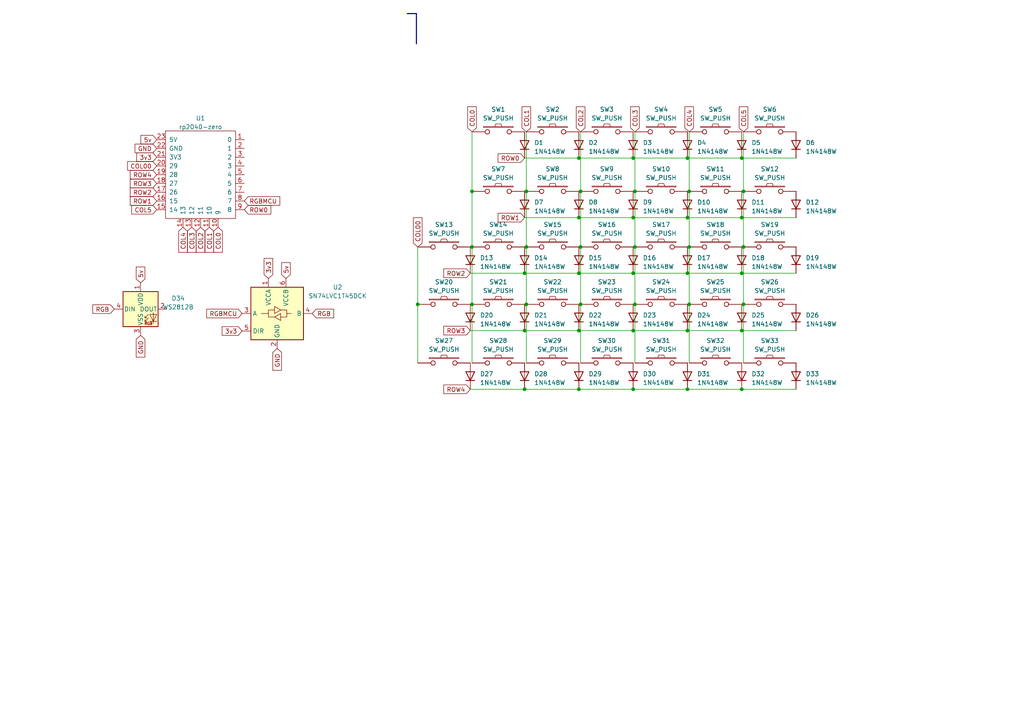
<source format=kicad_sch>
(kicad_sch (version 20230121) (generator eeschema)
  (paper "A4")
  (lib_symbols
    (symbol "Diode:1N4148W" (pin_numbers hide) (pin_names hide)
      (property "Reference" "D" (at 0 2.54 0))
      (property "Value" "1N4148W" (at 0 -2.54 0))
      (symbol "1N4148W_0_1"
        (polyline (pts (xy -1.27 1.27) (xy -1.27 -1.27)) (stroke (width 0.254)))
        (polyline (pts (xy 1.27 0) (xy -1.27 0)))
        (polyline (pts (xy 1.27 1.27) (xy 1.27 -1.27) (xy -1.27 0) (xy 1.27 1.27)) (stroke (width 0.254)))
      )
      (symbol "1N4148W_1_1"
        (pin passive line (at -3.81 0 0) (length 2.54) (name "K") (number "1"))
        (pin passive line (at 3.81 0 180) (length 2.54) (name "A") (number "2"))
      )
    )
    (symbol "LED:WS2812B" (pin_names (offset 0.254))
      (property "Reference" "D" (at 5.08 5.715 0))
      (property "Value" "WS2812B" (at 1.27 -5.715 0))
      (symbol "WS2812B_0_0"
        (text "RGB" (at 2.286 -4.191 0) (effects (font (size 0.762 0.762))))
      )
      (symbol "WS2812B_0_1"
        (polyline (pts (xy 1.27 -3.556) (xy 1.778 -3.556)))
        (polyline (pts (xy 1.27 -2.54) (xy 1.778 -2.54)))
        (polyline (pts (xy 4.699 -3.556) (xy 2.667 -3.556)))
        (polyline (pts (xy 2.286 -2.54) (xy 1.27 -3.556) (xy 1.27 -3.048)))
        (polyline (pts (xy 2.286 -1.524) (xy 1.27 -2.54) (xy 1.27 -2.032)))
        (polyline (pts (xy 3.683 -1.016) (xy 3.683 -3.556) (xy 3.683 -4.064)))
        (polyline (pts (xy 4.699 -1.524) (xy 2.667 -1.524) (xy 3.683 -3.556) (xy 4.699 -1.524)))
        (rectangle (start 5.08 5.08) (end -5.08 -5.08) (stroke (width 0.254)) (fill (type background)))
      )
      (symbol "WS2812B_1_1"
        (pin power_in line (at 0 7.62 270) (length 2.54) (name "VDD") (number "1"))
        (pin output line (at 7.62 0 180) (length 2.54) (name "DOUT") (number "2"))
        (pin power_in line (at 0 -7.62 90) (length 2.54) (name "VSS") (number "3"))
        (pin input line (at -7.62 0 0) (length 2.54) (name "DIN") (number "4"))
      )
    )
    (symbol "Logic_LevelTranslator:SN74LVC1T45DCK"
      (property "Reference" "U" (at -6.35 8.89 0))
      (property "Value" "SN74LVC1T45DCK" (at 3.81 8.89 0))
      (symbol "SN74LVC1T45DCK_0_1"
        (rectangle (start -7.62 7.62) (end 7.62 -7.62) (stroke (width 0.254)) (fill (type background)))
        (polyline (pts (xy -2.54 0) (xy -2.54 1.016) (xy -0.762 1.016)))
        (polyline (pts (xy 2.794 0) (xy 2.794 -1.016) (xy 1.016 -1.016)))
        (polyline (pts (xy -0.762 -1.016) (xy -2.54 -1.016) (xy -2.54 0) (xy -4.572 0)))
        (polyline (pts (xy -0.762 0) (xy -0.762 2.032) (xy 1.016 1.016) (xy -0.762 0)))
        (polyline (pts (xy 1.016 1.016) (xy 2.794 1.016) (xy 2.794 0) (xy 4.064 0)))
        (polyline (pts (xy 1.016 0) (xy 1.016 -1.778) (xy 1.016 -2.032) (xy -0.762 -1.016) (xy 1.016 0)))
      )
      (symbol "SN74LVC1T45DCK_1_1"
        (pin power_in line (at -2.54 10.16 270) (length 2.54) (name "VCCA") (number "1"))
        (pin power_in line (at 0 -10.16 90) (length 2.54) (name "GND") (number "2"))
        (pin bidirectional line (at -10.16 0 0) (length 2.54) (name "A") (number "3"))
        (pin bidirectional line (at 10.16 0 180) (length 2.54) (name "B") (number "4"))
        (pin input line (at -10.16 -5.08 0) (length 2.54) (name "DIR") (number "5"))
        (pin power_in line (at 2.54 10.16 270) (length 2.54) (name "VCCB") (number "6"))
      )
    )
    (symbol "kbd:SW_PUSH" (pin_numbers hide) (pin_names (offset 1.016) hide)
      (property "Reference" "SW" (at 3.81 2.794 0))
      (property "Value" "SW_PUSH" (at 0 -2.032 0))
      (symbol "SW_PUSH_0_1"
        (rectangle (start -4.318 1.27) (end 4.318 1.524))
        (polyline (pts (xy -1.016 1.524) (xy -0.762 2.286) (xy 0.762 2.286) (xy 1.016 1.524)))
        (pin passive inverted (at -7.62 0 0) (length 5.08) (name "1") (number "1"))
        (pin passive inverted (at 7.62 0 180) (length 5.08) (name "2") (number "2"))
      )
    )
    (symbol "mcu:rp2040-zero" (pin_names (offset 1.016))
      (property "Reference" "U" (at 0 15.24 0))
      (property "Value" "rp2040-zero" (at 0 12.7 0))
      (symbol "rp2040-zero_0_1"
        (rectangle (start -10.16 11.43) (end 10.16 -13.97))
      )
      (symbol "rp2040-zero_1_1"
        (pin bidirectional line (at 12.7 8.89 180) (length 2.54) (name "0") (number "1"))
        (pin bidirectional line (at 5.08 -16.51 90) (length 2.54) (name "9") (number "10"))
        (pin bidirectional line (at 2.54 -16.51 90) (length 2.54) (name "10") (number "11"))
        (pin bidirectional line (at 0 -16.51 90) (length 2.54) (name "11") (number "12"))
        (pin bidirectional line (at -2.54 -16.51 90) (length 2.54) (name "12") (number "13"))
        (pin bidirectional line (at -5.08 -16.51 90) (length 2.54) (name "13") (number "14"))
        (pin bidirectional line (at -12.7 -11.43 0) (length 2.54) (name "14") (number "15"))
        (pin bidirectional line (at -12.7 -8.89 0) (length 2.54) (name "15") (number "16"))
        (pin bidirectional line (at -12.7 -6.35 0) (length 2.54) (name "26") (number "17"))
        (pin bidirectional line (at -12.7 -3.81 0) (length 2.54) (name "27") (number "18"))
        (pin bidirectional line (at -12.7 -1.27 0) (length 2.54) (name "28") (number "19"))
        (pin bidirectional line (at 12.7 6.35 180) (length 2.54) (name "1") (number "2"))
        (pin bidirectional line (at -12.7 1.27 0) (length 2.54) (name "29") (number "20"))
        (pin power_out line (at -12.7 3.81 0) (length 2.54) (name "3V3") (number "21"))
        (pin power_out line (at -12.7 6.35 0) (length 2.54) (name "GND") (number "22"))
        (pin power_out line (at -12.7 8.89 0) (length 2.54) (name "5V") (number "23"))
        (pin bidirectional line (at 12.7 3.81 180) (length 2.54) (name "2") (number "3"))
        (pin bidirectional line (at 12.7 1.27 180) (length 2.54) (name "3") (number "4"))
        (pin bidirectional line (at 12.7 -1.27 180) (length 2.54) (name "4") (number "5"))
        (pin bidirectional line (at 12.7 -3.81 180) (length 2.54) (name "5") (number "6"))
        (pin bidirectional line (at 12.7 -6.35 180) (length 2.54) (name "6") (number "7"))
        (pin bidirectional line (at 12.7 -8.89 180) (length 2.54) (name "7") (number "8"))
        (pin bidirectional line (at 12.7 -11.43 180) (length 2.54) (name "8") (number "9"))
      )
    )
  )
  (junction (at 152.654 88.265))
  (junction (at 199.898 71.628))
  (junction (at 199.39 63.119))
  (junction (at 167.894 63.119))
  (junction (at 199.39 45.847))
  (junction (at 136.906 71.628))
  (junction (at 168.402 55.499))
  (junction (at 152.654 55.499))
  (junction (at 121.158 88.265))
  (junction (at 183.642 79.248))
  (junction (at 199.39 112.903))
  (junction (at 183.642 95.885))
  (junction (at 152.654 71.628))
  (junction (at 167.894 79.248))
  (junction (at 184.15 55.499))
  (junction (at 168.402 71.628))
  (junction (at 183.642 112.903))
  (junction (at 167.894 95.885))
  (junction (at 136.906 88.265))
  (junction (at 215.646 55.499))
  (junction (at 215.138 79.248))
  (junction (at 199.898 55.499))
  (junction (at 184.15 88.265))
  (junction (at 215.646 88.265))
  (junction (at 183.642 63.119))
  (junction (at 215.138 95.885))
  (junction (at 183.642 45.847))
  (junction (at 152.146 79.248))
  (junction (at 184.15 71.628))
  (junction (at 215.646 71.628))
  (junction (at 215.138 45.847))
  (junction (at 167.894 112.903))
  (junction (at 152.146 112.903))
  (junction (at 215.138 63.119))
  (junction (at 167.894 45.847))
  (junction (at 136.906 55.499))
  (junction (at 215.138 112.903))
  (junction (at 199.898 88.265))
  (junction (at 199.39 79.248))
  (junction (at 152.146 95.885))
  (junction (at 168.402 88.265))
  (junction (at 199.39 95.885))
  (wire (pts (xy 184.15 71.628) (xy 184.15 88.265)))
  (wire (pts (xy 199.898 38.227) (xy 199.898 55.499)))
  (wire (pts (xy 183.642 79.248) (xy 199.39 79.248)))
  (wire (pts (xy 152.654 88.265) (xy 152.654 105.283)))
  (wire (pts (xy 168.402 38.227) (xy 168.402 55.499)))
  (wire (pts (xy 183.642 63.119) (xy 199.39 63.119)))
  (wire (pts (xy 199.39 112.903) (xy 215.138 112.903)))
  (wire (pts (xy 199.898 88.265) (xy 199.898 105.283)))
  (wire (pts (xy 167.894 95.885) (xy 183.642 95.885)))
  (wire (pts (xy 215.138 63.119) (xy 230.886 63.119)))
  (wire (pts (xy 136.906 55.499) (xy 136.906 71.628)))
  (wire (pts (xy 167.894 45.847) (xy 183.642 45.847)))
  (wire (pts (xy 136.906 38.227) (xy 136.906 55.499)))
  (wire (pts (xy 136.906 71.628) (xy 136.906 88.265)))
  (wire (pts (xy 121.158 88.265) (xy 121.158 105.283)))
  (wire (pts (xy 152.654 71.628) (xy 152.654 88.265)))
  (wire (pts (xy 215.138 95.885) (xy 230.886 95.885)))
  (wire (pts (xy 136.906 88.265) (xy 136.906 105.283)))
  (wire (pts (xy 183.642 95.885) (xy 199.39 95.885)))
  (wire (pts (xy 152.654 38.227) (xy 152.654 55.499)))
  (wire (pts (xy 183.642 112.903) (xy 199.39 112.903)))
  (wire (pts (xy 152.146 45.847) (xy 167.894 45.847)))
  (wire (pts (xy 167.894 79.248) (xy 183.642 79.248)))
  (wire (pts (xy 136.398 112.903) (xy 152.146 112.903)))
  (wire (pts (xy 199.898 71.628) (xy 199.898 88.265)))
  (wire (pts (xy 184.15 55.499) (xy 184.15 71.628)))
  (wire (pts (xy 199.898 55.499) (xy 199.898 71.628)))
  (wire (pts (xy 215.646 71.628) (xy 215.646 88.265)))
  (wire (pts (xy 136.398 79.248) (xy 152.146 79.248)))
  (wire (pts (xy 184.15 38.227) (xy 184.15 55.499)))
  (wire (pts (xy 121.158 71.628) (xy 121.158 88.265)))
  (wire (pts (xy 152.146 112.903) (xy 167.894 112.903)))
  (wire (pts (xy 199.39 95.885) (xy 215.138 95.885)))
  (wire (pts (xy 215.138 112.903) (xy 230.886 112.903)))
  (wire (pts (xy 215.646 38.227) (xy 215.646 55.499)))
  (bus (pts (xy 120.777 3.937) (xy 120.777 12.7)))
  (wire (pts (xy 168.402 88.265) (xy 168.402 105.283)))
  (wire (pts (xy 199.39 45.847) (xy 215.138 45.847)))
  (wire (pts (xy 215.138 45.847) (xy 230.886 45.847)))
  (wire (pts (xy 167.894 112.903) (xy 183.642 112.903)))
  (wire (pts (xy 152.654 55.499) (xy 152.654 71.628)))
  (wire (pts (xy 168.402 71.628) (xy 168.402 88.265)))
  (wire (pts (xy 168.402 55.499) (xy 168.402 71.628)))
  (wire (pts (xy 152.146 79.248) (xy 167.894 79.248)))
  (bus (pts (xy 118.11 3.937) (xy 120.777 3.937)))
  (wire (pts (xy 136.398 95.885) (xy 152.146 95.885)))
  (wire (pts (xy 184.15 88.265) (xy 184.15 105.283)))
  (wire (pts (xy 215.138 79.248) (xy 230.886 79.248)))
  (wire (pts (xy 183.642 45.847) (xy 199.39 45.847)))
  (wire (pts (xy 152.146 63.119) (xy 167.894 63.119)))
  (wire (pts (xy 199.39 79.248) (xy 215.138 79.248)))
  (wire (pts (xy 215.646 88.265) (xy 215.646 105.283)))
  (wire (pts (xy 152.146 95.885) (xy 167.894 95.885)))
  (wire (pts (xy 167.894 63.119) (xy 183.642 63.119)))
  (wire (pts (xy 199.39 63.119) (xy 215.138 63.119)))
  (wire (pts (xy 215.646 55.499) (xy 215.646 71.628)))
  (global_label "COL3" (shape input) (at 55.626 65.913 270) (property "Intersheetrefs" "${INTERSHEET_REFS}" (effects hide)))
  (global_label "COL3" (shape input) (at 184.15 38.227 90) (property "Intersheetrefs" "${INTERSHEET_REFS}" (effects hide)))
  (global_label "RGB" (shape input) (at 33.147 89.662 180) (property "Intersheetrefs" "${INTERSHEET_REFS}" (effects hide)))
  (global_label "COL00" (shape input) (at 45.466 48.133 180) (property "Intersheetrefs" "${INTERSHEET_REFS}" (effects hide)))
  (global_label "RGBMCU" (shape input) (at 70.231 90.932 180) (property "Intersheetrefs" "${INTERSHEET_REFS}" (effects hide)))
  (global_label "ROW2" (shape input) (at 136.398 79.248 180) (property "Intersheetrefs" "${INTERSHEET_REFS}" (effects hide)))
  (global_label "COL5" (shape input) (at 45.466 60.833 180) (property "Intersheetrefs" "${INTERSHEET_REFS}" (effects hide)))
  (global_label "COL0" (shape input) (at 136.906 38.227 90) (property "Intersheetrefs" "${INTERSHEET_REFS}" (effects hide)))
  (global_label "3v3" (shape input) (at 77.851 80.772 90) (property "Intersheetrefs" "${INTERSHEET_REFS}" (effects hide)))
  (global_label "ROW0" (shape input) (at 70.866 60.833 0) (property "Intersheetrefs" "${INTERSHEET_REFS}" (effects hide)))
  (global_label "ROW4" (shape input) (at 45.466 50.673 180) (property "Intersheetrefs" "${INTERSHEET_REFS}" (effects hide)))
  (global_label "RGB" (shape input) (at 90.551 90.932 0) (property "Intersheetrefs" "${INTERSHEET_REFS}" (effects hide)))
  (global_label "ROW1" (shape input) (at 45.466 58.293 180) (property "Intersheetrefs" "${INTERSHEET_REFS}" (effects hide)))
  (global_label "GND" (shape input) (at 80.391 101.092 270) (property "Intersheetrefs" "${INTERSHEET_REFS}" (effects hide)))
  (global_label "ROW3" (shape input) (at 45.466 53.213 180) (property "Intersheetrefs" "${INTERSHEET_REFS}" (effects hide)))
  (global_label "ROW2" (shape input) (at 45.466 55.753 180) (property "Intersheetrefs" "${INTERSHEET_REFS}" (effects hide)))
  (global_label "3v3" (shape input) (at 70.231 96.012 180) (property "Intersheetrefs" "${INTERSHEET_REFS}" (effects hide)))
  (global_label "COL2" (shape input) (at 58.166 65.913 270) (property "Intersheetrefs" "${INTERSHEET_REFS}" (effects hide)))
  (global_label "COL0" (shape input) (at 63.246 65.913 270) (property "Intersheetrefs" "${INTERSHEET_REFS}" (effects hide)))
  (global_label "COL1" (shape input) (at 60.706 65.913 270) (property "Intersheetrefs" "${INTERSHEET_REFS}" (effects hide)))
  (global_label "GND" (shape input) (at 40.767 97.282 270) (property "Intersheetrefs" "${INTERSHEET_REFS}" (effects hide)))
  (global_label "COL1" (shape input) (at 152.654 38.227 90) (property "Intersheetrefs" "${INTERSHEET_REFS}" (effects hide)))
  (global_label "GND" (shape input) (at 45.466 43.053 180) (property "Intersheetrefs" "${INTERSHEET_REFS}" (effects hide)))
  (global_label "5v" (shape input) (at 45.466 40.513 180) (property "Intersheetrefs" "${INTERSHEET_REFS}" (effects hide)))
  (global_label "COL4" (shape input) (at 199.898 38.227 90) (property "Intersheetrefs" "${INTERSHEET_REFS}" (effects hide)))
  (global_label "COL2" (shape input) (at 168.402 38.227 90) (property "Intersheetrefs" "${INTERSHEET_REFS}" (effects hide)))
  (global_label "COL4" (shape input) (at 53.086 65.913 270) (property "Intersheetrefs" "${INTERSHEET_REFS}" (effects hide)))
  (global_label "5v" (shape input) (at 40.767 82.042 90) (property "Intersheetrefs" "${INTERSHEET_REFS}" (effects hide)))
  (global_label "RGBMCU" (shape input) (at 70.866 58.293 0) (property "Intersheetrefs" "${INTERSHEET_REFS}" (effects hide)))
  (global_label "3v3" (shape input) (at 45.466 45.593 180) (property "Intersheetrefs" "${INTERSHEET_REFS}" (effects hide)))
  (global_label "COL00" (shape input) (at 121.158 71.628 90) (property "Intersheetrefs" "${INTERSHEET_REFS}" (effects hide)))
  (global_label "COL5" (shape input) (at 215.646 38.227 90) (property "Intersheetrefs" "${INTERSHEET_REFS}" (effects hide)))
  (global_label "5v" (shape input) (at 82.931 80.772 90) (property "Intersheetrefs" "${INTERSHEET_REFS}" (effects hide)))
  (global_label "ROW1" (shape input) (at 152.146 63.119 180) (property "Intersheetrefs" "${INTERSHEET_REFS}" (effects hide)))
  (global_label "ROW3" (shape input) (at 136.398 95.885 180) (property "Intersheetrefs" "${INTERSHEET_REFS}" (effects hide)))
  (global_label "ROW4" (shape input) (at 136.398 112.903 180) (property "Intersheetrefs" "${INTERSHEET_REFS}" (effects hide)))
  (global_label "ROW0" (shape input) (at 152.146 45.847 180) (property "Intersheetrefs" "${INTERSHEET_REFS}" (effects hide)))
  (symbol (lib_id "Diode:1N4148W") (at 136.398 109.093 90) (unit 1)
    (property "Reference" "D27" (at 139.192 108.458 90) (effects (justify right)))
    (property "Value" "1N4148W" (at 139.192 110.998 90) (effects (justify right)))
    (property "Footprint" "Diode_SMD:D_SOD-123" (effects hide))
    (property "Datasheet" "https://www.vishay.com/docs/85748/1n4148w.pdf" (effects hide))
    (property "Sim.Device" "D" (effects hide))
    (property "Sim.Pins" "1=K 2=A" (effects hide))
  )
  (symbol (lib_id "Diode:1N4148W") (at 152.146 75.438 90) (unit 1)
    (property "Reference" "D14" (at 154.94 74.803 90) (effects (justify right)))
    (property "Value" "1N4148W" (at 154.94 77.343 90) (effects (justify right)))
    (property "Footprint" "Diode_SMD:D_SOD-123" (effects hide))
    (property "Datasheet" "https://www.vishay.com/docs/85748/1n4148w.pdf" (effects hide))
    (property "Sim.Device" "D" (effects hide))
    (property "Sim.Pins" "1=K 2=A" (effects hide))
  )
  (symbol (lib_id "Diode:1N4148W") (at 215.138 92.075 90) (unit 1)
    (property "Reference" "D25" (at 217.932 91.44 90) (effects (justify right)))
    (property "Value" "1N4148W" (at 217.932 93.98 90) (effects (justify right)))
    (property "Footprint" "Diode_SMD:D_SOD-123" (effects hide))
    (property "Datasheet" "https://www.vishay.com/docs/85748/1n4148w.pdf" (effects hide))
    (property "Sim.Device" "D" (effects hide))
    (property "Sim.Pins" "1=K 2=A" (effects hide))
  )
  (symbol (lib_id "Diode:1N4148W") (at 152.146 109.093 90) (unit 1)
    (property "Reference" "D28" (at 154.94 108.458 90) (effects (justify right)))
    (property "Value" "1N4148W" (at 154.94 110.998 90) (effects (justify right)))
    (property "Footprint" "Diode_SMD:D_SOD-123" (effects hide))
    (property "Datasheet" "https://www.vishay.com/docs/85748/1n4148w.pdf" (effects hide))
    (property "Sim.Device" "D" (effects hide))
    (property "Sim.Pins" "1=K 2=A" (effects hide))
  )
  (symbol (lib_id "Diode:1N4148W") (at 152.146 42.037 90) (unit 1)
    (property "Reference" "D1" (at 154.94 41.402 90) (effects (justify right)))
    (property "Value" "1N4148W" (at 154.94 43.942 90) (effects (justify right)))
    (property "Footprint" "Diode_SMD:D_SOD-123" (effects hide))
    (property "Datasheet" "https://www.vishay.com/docs/85748/1n4148w.pdf" (effects hide))
    (property "Sim.Device" "D" (effects hide))
    (property "Sim.Pins" "1=K 2=A" (effects hide))
  )
  (symbol (lib_id "Diode:1N4148W") (at 230.886 109.093 90) (unit 1)
    (property "Reference" "D33" (at 233.68 108.458 90) (effects (justify right)))
    (property "Value" "1N4148W" (at 233.68 110.998 90) (effects (justify right)))
    (property "Footprint" "Diode_SMD:D_SOD-123" (effects hide))
    (property "Datasheet" "https://www.vishay.com/docs/85748/1n4148w.pdf" (effects hide))
    (property "Sim.Device" "D" (effects hide))
    (property "Sim.Pins" "1=K 2=A" (effects hide))
  )
  (symbol (lib_id "mcu:rp2040-zero") (at 58.166 49.403 0) (unit 1)
    (property "Reference" "U1" (at 58.166 34.29 0))
    (property "Value" "rp2040-zero" (at 58.166 36.83 0))
    (property "Footprint" "mcu:rp2040-zero-tht-nocut-largerpads" (effects hide))
  )
  (symbol (lib_id "Diode:1N4148W") (at 167.894 59.309 90) (unit 1)
    (property "Reference" "D8" (at 170.688 58.674 90) (effects (justify right)))
    (property "Value" "1N4148W" (at 170.688 61.214 90) (effects (justify right)))
    (property "Footprint" "Diode_SMD:D_SOD-123" (effects hide))
    (property "Datasheet" "https://www.vishay.com/docs/85748/1n4148w.pdf" (effects hide))
    (property "Sim.Device" "D" (effects hide))
    (property "Sim.Pins" "1=K 2=A" (effects hide))
  )
  (symbol (lib_id "Diode:1N4148W") (at 167.894 109.093 90) (unit 1)
    (property "Reference" "D29" (at 170.688 108.458 90) (effects (justify right)))
    (property "Value" "1N4148W" (at 170.688 110.998 90) (effects (justify right)))
    (property "Footprint" "Diode_SMD:D_SOD-123" (effects hide))
    (property "Datasheet" "https://www.vishay.com/docs/85748/1n4148w.pdf" (effects hide))
    (property "Sim.Device" "D" (effects hide))
    (property "Sim.Pins" "1=K 2=A" (effects hide))
  )
  (symbol (lib_id "kbd:SW_PUSH") (at 223.266 105.283 0) (unit 1)
    (property "Reference" "SW33" (at 223.266 98.806 0))
    (property "Value" "SW_PUSH" (at 223.266 101.346 0))
    (property "Footprint" "PCM_Switch_Keyboard_Hotswap_Kailh:SW_Hotswap_Kailh_MX_1.50u_90deg" (effects hide))
  )
  (symbol (lib_id "kbd:SW_PUSH") (at 128.778 71.628 0) (unit 1)
    (property "Reference" "SW13" (at 128.778 65.151 0))
    (property "Value" "SW_PUSH" (at 128.778 67.691 0))
    (property "Footprint" "PCM_Switch_Keyboard_Hotswap_Kailh:SW_Hotswap_Kailh_MX_1.00u" (effects hide))
  )
  (symbol (lib_id "Diode:1N4148W") (at 152.146 59.309 90) (unit 1)
    (property "Reference" "D7" (at 154.94 58.674 90) (effects (justify right)))
    (property "Value" "1N4148W" (at 154.94 61.214 90) (effects (justify right)))
    (property "Footprint" "Diode_SMD:D_SOD-123" (effects hide))
    (property "Datasheet" "https://www.vishay.com/docs/85748/1n4148w.pdf" (effects hide))
    (property "Sim.Device" "D" (effects hide))
    (property "Sim.Pins" "1=K 2=A" (effects hide))
  )
  (symbol (lib_id "Diode:1N4148W") (at 136.398 92.075 90) (unit 1)
    (property "Reference" "D20" (at 139.192 91.44 90) (effects (justify right)))
    (property "Value" "1N4148W" (at 139.192 93.98 90) (effects (justify right)))
    (property "Footprint" "Diode_SMD:D_SOD-123" (effects hide))
    (property "Datasheet" "https://www.vishay.com/docs/85748/1n4148w.pdf" (effects hide))
    (property "Sim.Device" "D" (effects hide))
    (property "Sim.Pins" "1=K 2=A" (effects hide))
  )
  (symbol (lib_id "kbd:SW_PUSH") (at 191.77 71.628 0) (unit 1)
    (property "Reference" "SW17" (at 191.77 65.151 0))
    (property "Value" "SW_PUSH" (at 191.77 67.691 0))
    (property "Footprint" "PCM_Switch_Keyboard_Hotswap_Kailh:SW_Hotswap_Kailh_MX_1.00u" (effects hide))
  )
  (symbol (lib_id "kbd:SW_PUSH") (at 160.274 88.265 0) (unit 1)
    (property "Reference" "SW22" (at 160.274 81.788 0))
    (property "Value" "SW_PUSH" (at 160.274 84.328 0))
    (property "Footprint" "PCM_Switch_Keyboard_Hotswap_Kailh:SW_Hotswap_Kailh_MX_1.00u" (effects hide))
  )
  (symbol (lib_id "kbd:SW_PUSH") (at 191.77 105.283 0) (unit 1)
    (property "Reference" "SW31" (at 191.77 98.806 0))
    (property "Value" "SW_PUSH" (at 191.77 101.346 0))
    (property "Footprint" "PCM_Switch_Keyboard_Hotswap_Kailh:SW_Hotswap_Kailh_MX_1.50u_90deg" (effects hide))
  )
  (symbol (lib_id "Diode:1N4148W") (at 183.642 75.438 90) (unit 1)
    (property "Reference" "D16" (at 186.436 74.803 90) (effects (justify right)))
    (property "Value" "1N4148W" (at 186.436 77.343 90) (effects (justify right)))
    (property "Footprint" "Diode_SMD:D_SOD-123" (effects hide))
    (property "Datasheet" "https://www.vishay.com/docs/85748/1n4148w.pdf" (effects hide))
    (property "Sim.Device" "D" (effects hide))
    (property "Sim.Pins" "1=K 2=A" (effects hide))
  )
  (symbol (lib_id "Diode:1N4148W") (at 167.894 42.037 90) (unit 1)
    (property "Reference" "D2" (at 170.688 41.402 90) (effects (justify right)))
    (property "Value" "1N4148W" (at 170.688 43.942 90) (effects (justify right)))
    (property "Footprint" "Diode_SMD:D_SOD-123" (effects hide))
    (property "Datasheet" "https://www.vishay.com/docs/85748/1n4148w.pdf" (effects hide))
    (property "Sim.Device" "D" (effects hide))
    (property "Sim.Pins" "1=K 2=A" (effects hide))
  )
  (symbol (lib_id "Diode:1N4148W") (at 199.39 92.075 90) (unit 1)
    (property "Reference" "D24" (at 202.184 91.44 90) (effects (justify right)))
    (property "Value" "1N4148W" (at 202.184 93.98 90) (effects (justify right)))
    (property "Footprint" "Diode_SMD:D_SOD-123" (effects hide))
    (property "Datasheet" "https://www.vishay.com/docs/85748/1n4148w.pdf" (effects hide))
    (property "Sim.Device" "D" (effects hide))
    (property "Sim.Pins" "1=K 2=A" (effects hide))
  )
  (symbol (lib_id "Diode:1N4148W") (at 183.642 109.093 90) (unit 1)
    (property "Reference" "D30" (at 186.436 108.458 90) (effects (justify right)))
    (property "Value" "1N4148W" (at 186.436 110.998 90) (effects (justify right)))
    (property "Footprint" "Diode_SMD:D_SOD-123" (effects hide))
    (property "Datasheet" "https://www.vishay.com/docs/85748/1n4148w.pdf" (effects hide))
    (property "Sim.Device" "D" (effects hide))
    (property "Sim.Pins" "1=K 2=A" (effects hide))
  )
  (symbol (lib_id "kbd:SW_PUSH") (at 223.266 38.227 0) (unit 1)
    (property "Reference" "SW6" (at 223.266 31.75 0))
    (property "Value" "SW_PUSH" (at 223.266 34.29 0))
    (property "Footprint" "PCM_Switch_Keyboard_Hotswap_Kailh:SW_Hotswap_Kailh_MX_1.00u" (effects hide))
  )
  (symbol (lib_id "kbd:SW_PUSH") (at 223.266 55.499 0) (unit 1)
    (property "Reference" "SW12" (at 223.266 49.022 0))
    (property "Value" "SW_PUSH" (at 223.266 51.562 0))
    (property "Footprint" "PCM_Switch_Keyboard_Hotswap_Kailh:SW_Hotswap_Kailh_MX_1.00u" (effects hide))
  )
  (symbol (lib_id "Diode:1N4148W") (at 230.886 92.075 90) (unit 1)
    (property "Reference" "D26" (at 233.68 91.44 90) (effects (justify right)))
    (property "Value" "1N4148W" (at 233.68 93.98 90) (effects (justify right)))
    (property "Footprint" "Diode_SMD:D_SOD-123" (effects hide))
    (property "Datasheet" "https://www.vishay.com/docs/85748/1n4148w.pdf" (effects hide))
    (property "Sim.Device" "D" (effects hide))
    (property "Sim.Pins" "1=K 2=A" (effects hide))
  )
  (symbol (lib_id "Diode:1N4148W") (at 215.138 109.093 90) (unit 1)
    (property "Reference" "D32" (at 217.932 108.458 90) (effects (justify right)))
    (property "Value" "1N4148W" (at 217.932 110.998 90) (effects (justify right)))
    (property "Footprint" "Diode_SMD:D_SOD-123" (effects hide))
    (property "Datasheet" "https://www.vishay.com/docs/85748/1n4148w.pdf" (effects hide))
    (property "Sim.Device" "D" (effects hide))
    (property "Sim.Pins" "1=K 2=A" (effects hide))
  )
  (symbol (lib_id "Diode:1N4148W") (at 215.138 42.037 90) (unit 1)
    (property "Reference" "D5" (at 217.932 41.402 90) (effects (justify right)))
    (property "Value" "1N4148W" (at 217.932 43.942 90) (effects (justify right)))
    (property "Footprint" "Diode_SMD:D_SOD-123" (effects hide))
    (property "Datasheet" "https://www.vishay.com/docs/85748/1n4148w.pdf" (effects hide))
    (property "Sim.Device" "D" (effects hide))
    (property "Sim.Pins" "1=K 2=A" (effects hide))
  )
  (symbol (lib_id "kbd:SW_PUSH") (at 207.518 55.499 0) (unit 1)
    (property "Reference" "SW11" (at 207.518 49.022 0))
    (property "Value" "SW_PUSH" (at 207.518 51.562 0))
    (property "Footprint" "PCM_Switch_Keyboard_Hotswap_Kailh:SW_Hotswap_Kailh_MX_1.00u" (effects hide))
  )
  (symbol (lib_id "kbd:SW_PUSH") (at 144.526 105.283 0) (unit 1)
    (property "Reference" "SW28" (at 144.526 98.806 0))
    (property "Value" "SW_PUSH" (at 144.526 101.346 0))
    (property "Footprint" "PCM_Switch_Keyboard_Hotswap_Kailh:SW_Hotswap_Kailh_MX_1.25u" (effects hide))
  )
  (symbol (lib_id "kbd:SW_PUSH") (at 207.518 105.283 0) (unit 1)
    (property "Reference" "SW32" (at 207.518 98.806 0))
    (property "Value" "SW_PUSH" (at 207.518 101.346 0))
    (property "Footprint" "PCM_Switch_Keyboard_Hotswap_Kailh:SW_Hotswap_Kailh_MX_1.50u_90deg" (effects hide))
  )
  (symbol (lib_id "LED:WS2812B") (at 40.767 89.662 0) (unit 1)
    (property "Reference" "D34" (at 51.689 86.5379 0))
    (property "Value" "WS2812B" (at 51.689 89.0779 0))
    (property "Footprint" "LED_SMD:LED_WS2812B_PLCC4_5.0x5.0mm_P3.2mm" (effects hide))
    (property "Datasheet" "https://cdn-shop.adafruit.com/datasheets/WS2812B.pdf" (effects hide))
  )
  (symbol (lib_id "Diode:1N4148W") (at 152.146 92.075 90) (unit 1)
    (property "Reference" "D21" (at 154.94 91.44 90) (effects (justify right)))
    (property "Value" "1N4148W" (at 154.94 93.98 90) (effects (justify right)))
    (property "Footprint" "Diode_SMD:D_SOD-123" (effects hide))
    (property "Datasheet" "https://www.vishay.com/docs/85748/1n4148w.pdf" (effects hide))
    (property "Sim.Device" "D" (effects hide))
    (property "Sim.Pins" "1=K 2=A" (effects hide))
  )
  (symbol (lib_id "Diode:1N4148W") (at 183.642 59.309 90) (unit 1)
    (property "Reference" "D9" (at 186.436 58.674 90) (effects (justify right)))
    (property "Value" "1N4148W" (at 186.436 61.214 90) (effects (justify right)))
    (property "Footprint" "Diode_SMD:D_SOD-123" (effects hide))
    (property "Datasheet" "https://www.vishay.com/docs/85748/1n4148w.pdf" (effects hide))
    (property "Sim.Device" "D" (effects hide))
    (property "Sim.Pins" "1=K 2=A" (effects hide))
  )
  (symbol (lib_id "Diode:1N4148W") (at 199.39 42.037 90) (unit 1)
    (property "Reference" "D4" (at 202.184 41.402 90) (effects (justify right)))
    (property "Value" "1N4148W" (at 202.184 43.942 90) (effects (justify right)))
    (property "Footprint" "Diode_SMD:D_SOD-123" (effects hide))
    (property "Datasheet" "https://www.vishay.com/docs/85748/1n4148w.pdf" (effects hide))
    (property "Sim.Device" "D" (effects hide))
    (property "Sim.Pins" "1=K 2=A" (effects hide))
  )
  (symbol (lib_id "Diode:1N4148W") (at 183.642 92.075 90) (unit 1)
    (property "Reference" "D23" (at 186.436 91.44 90) (effects (justify right)))
    (property "Value" "1N4148W" (at 186.436 93.98 90) (effects (justify right)))
    (property "Footprint" "Diode_SMD:D_SOD-123" (effects hide))
    (property "Datasheet" "https://www.vishay.com/docs/85748/1n4148w.pdf" (effects hide))
    (property "Sim.Device" "D" (effects hide))
    (property "Sim.Pins" "1=K 2=A" (effects hide))
  )
  (symbol (lib_id "kbd:SW_PUSH") (at 191.77 55.499 0) (unit 1)
    (property "Reference" "SW10" (at 191.77 49.022 0))
    (property "Value" "SW_PUSH" (at 191.77 51.562 0))
    (property "Footprint" "PCM_Switch_Keyboard_Hotswap_Kailh:SW_Hotswap_Kailh_MX_1.00u" (effects hide))
  )
  (symbol (lib_id "Diode:1N4148W") (at 199.39 59.309 90) (unit 1)
    (property "Reference" "D10" (at 202.184 58.674 90) (effects (justify right)))
    (property "Value" "1N4148W" (at 202.184 61.214 90) (effects (justify right)))
    (property "Footprint" "Diode_SMD:D_SOD-123" (effects hide))
    (property "Datasheet" "https://www.vishay.com/docs/85748/1n4148w.pdf" (effects hide))
    (property "Sim.Device" "D" (effects hide))
    (property "Sim.Pins" "1=K 2=A" (effects hide))
  )
  (symbol (lib_id "kbd:SW_PUSH") (at 223.266 88.265 0) (unit 1)
    (property "Reference" "SW26" (at 223.266 81.788 0))
    (property "Value" "SW_PUSH" (at 223.266 84.328 0))
    (property "Footprint" "PCM_Switch_Keyboard_Hotswap_Kailh:SW_Hotswap_Kailh_MX_1.00u" (effects hide))
  )
  (symbol (lib_id "kbd:SW_PUSH") (at 176.022 71.628 0) (unit 1)
    (property "Reference" "SW16" (at 176.022 65.151 0))
    (property "Value" "SW_PUSH" (at 176.022 67.691 0))
    (property "Footprint" "PCM_Switch_Keyboard_Hotswap_Kailh:SW_Hotswap_Kailh_MX_1.00u" (effects hide))
  )
  (symbol (lib_id "Diode:1N4148W") (at 199.39 75.438 90) (unit 1)
    (property "Reference" "D17" (at 202.184 74.803 90) (effects (justify right)))
    (property "Value" "1N4148W" (at 202.184 77.343 90) (effects (justify right)))
    (property "Footprint" "Diode_SMD:D_SOD-123" (effects hide))
    (property "Datasheet" "https://www.vishay.com/docs/85748/1n4148w.pdf" (effects hide))
    (property "Sim.Device" "D" (effects hide))
    (property "Sim.Pins" "1=K 2=A" (effects hide))
  )
  (symbol (lib_id "Diode:1N4148W") (at 215.138 59.309 90) (unit 1)
    (property "Reference" "D11" (at 217.932 58.674 90) (effects (justify right)))
    (property "Value" "1N4148W" (at 217.932 61.214 90) (effects (justify right)))
    (property "Footprint" "Diode_SMD:D_SOD-123" (effects hide))
    (property "Datasheet" "https://www.vishay.com/docs/85748/1n4148w.pdf" (effects hide))
    (property "Sim.Device" "D" (effects hide))
    (property "Sim.Pins" "1=K 2=A" (effects hide))
  )
  (symbol (lib_id "Diode:1N4148W") (at 215.138 75.438 90) (unit 1)
    (property "Reference" "D18" (at 217.932 74.803 90) (effects (justify right)))
    (property "Value" "1N4148W" (at 217.932 77.343 90) (effects (justify right)))
    (property "Footprint" "Diode_SMD:D_SOD-123" (effects hide))
    (property "Datasheet" "https://www.vishay.com/docs/85748/1n4148w.pdf" (effects hide))
    (property "Sim.Device" "D" (effects hide))
    (property "Sim.Pins" "1=K 2=A" (effects hide))
  )
  (symbol (lib_id "kbd:SW_PUSH") (at 207.518 71.628 0) (unit 1)
    (property "Reference" "SW18" (at 207.518 65.151 0))
    (property "Value" "SW_PUSH" (at 207.518 67.691 0))
    (property "Footprint" "PCM_Switch_Keyboard_Hotswap_Kailh:SW_Hotswap_Kailh_MX_1.00u" (effects hide))
  )
  (symbol (lib_id "kbd:SW_PUSH") (at 160.274 105.283 0) (unit 1)
    (property "Reference" "SW29" (at 160.274 98.806 0))
    (property "Value" "SW_PUSH" (at 160.274 101.346 0))
    (property "Footprint" "PCM_Switch_Keyboard_Hotswap_Kailh:SW_Hotswap_Kailh_MX_1.00u" (effects hide))
  )
  (symbol (lib_id "Diode:1N4148W") (at 199.39 109.093 90) (unit 1)
    (property "Reference" "D31" (at 202.184 108.458 90) (effects (justify right)))
    (property "Value" "1N4148W" (at 202.184 110.998 90) (effects (justify right)))
    (property "Footprint" "Diode_SMD:D_SOD-123" (effects hide))
    (property "Datasheet" "https://www.vishay.com/docs/85748/1n4148w.pdf" (effects hide))
    (property "Sim.Device" "D" (effects hide))
    (property "Sim.Pins" "1=K 2=A" (effects hide))
  )
  (symbol (lib_id "Logic_LevelTranslator:SN74LVC1T45DCK") (at 80.391 90.932 0) (unit 1)
    (property "Reference" "U2" (at 97.917 83.312 0))
    (property "Value" "SN74LVC1T45DCK" (at 97.917 85.852 0))
    (property "Footprint" "Package_TO_SOT_SMD:SOT-363_SC-70-6" (effects hide))
    (property "Datasheet" "http://www.ti.com/lit/ds/symlink/sn74lvc1t45.pdf" (effects hide))
    (property "LCSC" "C139353" (effects hide))
  )
  (symbol (lib_id "kbd:SW_PUSH") (at 176.022 38.227 0) (unit 1)
    (property "Reference" "SW3" (at 176.022 31.75 0))
    (property "Value" "SW_PUSH" (at 176.022 34.29 0))
    (property "Footprint" "PCM_Switch_Keyboard_Hotswap_Kailh:SW_Hotswap_Kailh_MX_1.00u" (effects hide))
  )
  (symbol (lib_id "Diode:1N4148W") (at 230.886 75.438 90) (unit 1)
    (property "Reference" "D19" (at 233.68 74.803 90) (effects (justify right)))
    (property "Value" "1N4148W" (at 233.68 77.343 90) (effects (justify right)))
    (property "Footprint" "Diode_SMD:D_SOD-123" (effects hide))
    (property "Datasheet" "https://www.vishay.com/docs/85748/1n4148w.pdf" (effects hide))
    (property "Sim.Device" "D" (effects hide))
    (property "Sim.Pins" "1=K 2=A" (effects hide))
  )
  (symbol (lib_id "kbd:SW_PUSH") (at 207.518 88.265 0) (unit 1)
    (property "Reference" "SW25" (at 207.518 81.788 0))
    (property "Value" "SW_PUSH" (at 207.518 84.328 0))
    (property "Footprint" "PCM_Switch_Keyboard_Hotswap_Kailh:SW_Hotswap_Kailh_MX_1.00u" (effects hide))
  )
  (symbol (lib_id "kbd:SW_PUSH") (at 176.022 88.265 0) (unit 1)
    (property "Reference" "SW23" (at 176.022 81.788 0))
    (property "Value" "SW_PUSH" (at 176.022 84.328 0))
    (property "Footprint" "PCM_Switch_Keyboard_Hotswap_Kailh:SW_Hotswap_Kailh_MX_1.00u" (effects hide))
  )
  (symbol (lib_id "kbd:SW_PUSH") (at 176.022 55.499 0) (unit 1)
    (property "Reference" "SW9" (at 176.022 49.022 0))
    (property "Value" "SW_PUSH" (at 176.022 51.562 0))
    (property "Footprint" "PCM_Switch_Keyboard_Hotswap_Kailh:SW_Hotswap_Kailh_MX_1.00u" (effects hide))
  )
  (symbol (lib_id "kbd:SW_PUSH") (at 144.526 71.628 0) (unit 1)
    (property "Reference" "SW14" (at 144.526 65.151 0))
    (property "Value" "SW_PUSH" (at 144.526 67.691 0))
    (property "Footprint" "PCM_Switch_Keyboard_Hotswap_Kailh:SW_Hotswap_Kailh_MX_1.25u" (effects hide))
  )
  (symbol (lib_id "kbd:SW_PUSH") (at 160.274 55.499 0) (unit 1)
    (property "Reference" "SW8" (at 160.274 49.022 0))
    (property "Value" "SW_PUSH" (at 160.274 51.562 0))
    (property "Footprint" "PCM_Switch_Keyboard_Hotswap_Kailh:SW_Hotswap_Kailh_MX_1.00u" (effects hide))
  )
  (symbol (lib_id "Diode:1N4148W") (at 136.398 75.438 90) (unit 1)
    (property "Reference" "D13" (at 139.192 74.803 90) (effects (justify right)))
    (property "Value" "1N4148W" (at 139.192 77.343 90) (effects (justify right)))
    (property "Footprint" "Diode_SMD:D_SOD-123" (effects hide))
    (property "Datasheet" "https://www.vishay.com/docs/85748/1n4148w.pdf" (effects hide))
    (property "Sim.Device" "D" (effects hide))
    (property "Sim.Pins" "1=K 2=A" (effects hide))
  )
  (symbol (lib_id "Diode:1N4148W") (at 167.894 92.075 90) (unit 1)
    (property "Reference" "D22" (at 170.688 91.44 90) (effects (justify right)))
    (property "Value" "1N4148W" (at 170.688 93.98 90) (effects (justify right)))
    (property "Footprint" "Diode_SMD:D_SOD-123" (effects hide))
    (property "Datasheet" "https://www.vishay.com/docs/85748/1n4148w.pdf" (effects hide))
    (property "Sim.Device" "D" (effects hide))
    (property "Sim.Pins" "1=K 2=A" (effects hide))
  )
  (symbol (lib_id "kbd:SW_PUSH") (at 144.526 88.265 0) (unit 1)
    (property "Reference" "SW21" (at 144.526 81.788 0))
    (property "Value" "SW_PUSH" (at 144.526 84.328 0))
    (property "Footprint" "PCM_Switch_Keyboard_Hotswap_Kailh:SW_Hotswap_Kailh_MX_1.25u" (effects hide))
  )
  (symbol (lib_id "kbd:SW_PUSH") (at 144.526 55.499 0) (unit 1)
    (property "Reference" "SW7" (at 144.526 49.022 0))
    (property "Value" "SW_PUSH" (at 144.526 51.562 0))
    (property "Footprint" "PCM_Switch_Keyboard_Hotswap_Kailh:SW_Hotswap_Kailh_MX_1.25u" (effects hide))
  )
  (symbol (lib_id "kbd:SW_PUSH") (at 191.77 38.227 0) (unit 1)
    (property "Reference" "SW4" (at 191.77 31.75 0))
    (property "Value" "SW_PUSH" (at 191.77 34.29 0))
    (property "Footprint" "PCM_Switch_Keyboard_Hotswap_Kailh:SW_Hotswap_Kailh_MX_1.00u" (effects hide))
  )
  (symbol (lib_id "kbd:SW_PUSH") (at 160.274 71.628 0) (unit 1)
    (property "Reference" "SW15" (at 160.274 65.151 0))
    (property "Value" "SW_PUSH" (at 160.274 67.691 0))
    (property "Footprint" "PCM_Switch_Keyboard_Hotswap_Kailh:SW_Hotswap_Kailh_MX_1.00u" (effects hide))
  )
  (symbol (lib_id "kbd:SW_PUSH") (at 160.274 38.227 0) (unit 1)
    (property "Reference" "SW2" (at 160.274 31.75 0))
    (property "Value" "SW_PUSH" (at 160.274 34.29 0))
    (property "Footprint" "PCM_Switch_Keyboard_Hotswap_Kailh:SW_Hotswap_Kailh_MX_1.00u" (effects hide))
  )
  (symbol (lib_id "kbd:SW_PUSH") (at 223.266 71.628 0) (unit 1)
    (property "Reference" "SW19" (at 223.266 65.151 0))
    (property "Value" "SW_PUSH" (at 223.266 67.691 0))
    (property "Footprint" "PCM_Switch_Keyboard_Hotswap_Kailh:SW_Hotswap_Kailh_MX_1.00u" (effects hide))
  )
  (symbol (lib_id "Diode:1N4148W") (at 183.642 42.037 90) (unit 1)
    (property "Reference" "D3" (at 186.436 41.402 90) (effects (justify right)))
    (property "Value" "1N4148W" (at 186.436 43.942 90) (effects (justify right)))
    (property "Footprint" "Diode_SMD:D_SOD-123" (effects hide))
    (property "Datasheet" "https://www.vishay.com/docs/85748/1n4148w.pdf" (effects hide))
    (property "Sim.Device" "D" (effects hide))
    (property "Sim.Pins" "1=K 2=A" (effects hide))
  )
  (symbol (lib_id "Diode:1N4148W") (at 167.894 75.438 90) (unit 1)
    (property "Reference" "D15" (at 170.688 74.803 90) (effects (justify right)))
    (property "Value" "1N4148W" (at 170.688 77.343 90) (effects (justify right)))
    (property "Footprint" "Diode_SMD:D_SOD-123" (effects hide))
    (property "Datasheet" "https://www.vishay.com/docs/85748/1n4148w.pdf" (effects hide))
    (property "Sim.Device" "D" (effects hide))
    (property "Sim.Pins" "1=K 2=A" (effects hide))
  )
  (symbol (lib_id "kbd:SW_PUSH") (at 128.778 105.283 0) (unit 1)
    (property "Reference" "SW27" (at 128.778 98.806 0))
    (property "Value" "SW_PUSH" (at 128.778 101.346 0))
    (property "Footprint" "PCM_Switch_Keyboard_Hotswap_Kailh:SW_Hotswap_Kailh_MX_1.00u" (effects hide))
  )
  (symbol (lib_id "kbd:SW_PUSH") (at 176.022 105.283 0) (unit 1)
    (property "Reference" "SW30" (at 176.022 98.806 0))
    (property "Value" "SW_PUSH" (at 176.022 101.346 0))
    (property "Footprint" "PCM_Switch_Keyboard_Hotswap_Kailh:SW_Hotswap_Kailh_MX_1.50u_90deg" (effects hide))
  )
  (symbol (lib_id "Diode:1N4148W") (at 230.886 42.037 90) (unit 1)
    (property "Reference" "D6" (at 233.68 41.402 90) (effects (justify right)))
    (property "Value" "1N4148W" (at 233.68 43.942 90) (effects (justify right)))
    (property "Footprint" "Diode_SMD:D_SOD-123" (effects hide))
    (property "Datasheet" "https://www.vishay.com/docs/85748/1n4148w.pdf" (effects hide))
    (property "Sim.Device" "D" (effects hide))
    (property "Sim.Pins" "1=K 2=A" (effects hide))
  )
  (symbol (lib_id "kbd:SW_PUSH") (at 144.526 38.227 0) (unit 1)
    (property "Reference" "SW1" (at 144.526 31.75 0))
    (property "Value" "SW_PUSH" (at 144.526 34.29 0))
    (property "Footprint" "PCM_Switch_Keyboard_Hotswap_Kailh:SW_Hotswap_Kailh_MX_1.00u" (effects hide))
  )
  (symbol (lib_id "kbd:SW_PUSH") (at 207.518 38.227 0) (unit 1)
    (property "Reference" "SW5" (at 207.518 31.75 0))
    (property "Value" "SW_PUSH" (at 207.518 34.29 0))
    (property "Footprint" "PCM_Switch_Keyboard_Hotswap_Kailh:SW_Hotswap_Kailh_MX_1.00u" (effects hide))
  )
  (symbol (lib_id "kbd:SW_PUSH") (at 191.77 88.265 0) (unit 1)
    (property "Reference" "SW24" (at 191.77 81.788 0))
    (property "Value" "SW_PUSH" (at 191.77 84.328 0))
    (property "Footprint" "PCM_Switch_Keyboard_Hotswap_Kailh:SW_Hotswap_Kailh_MX_1.00u" (effects hide))
  )
  (symbol (lib_id "kbd:SW_PUSH") (at 128.778 88.265 0) (unit 1)
    (property "Reference" "SW20" (at 128.778 81.788 0))
    (property "Value" "SW_PUSH" (at 128.778 84.328 0))
    (property "Footprint" "PCM_Switch_Keyboard_Hotswap_Kailh:SW_Hotswap_Kailh_MX_1.00u" (effects hide))
  )
  (symbol (lib_id "Diode:1N4148W") (at 230.886 59.309 90) (unit 1)
    (property "Reference" "D12" (at 233.68 58.674 90) (effects (justify right)))
    (property "Value" "1N4148W" (at 233.68 61.214 90) (effects (justify right)))
    (property "Footprint" "Diode_SMD:D_SOD-123" (effects hide))
    (property "Datasheet" "https://www.vishay.com/docs/85748/1n4148w.pdf" (effects hide))
    (property "Sim.Device" "D" (effects hide))
    (property "Sim.Pins" "1=K 2=A" (effects hide))
  )
)
</source>
